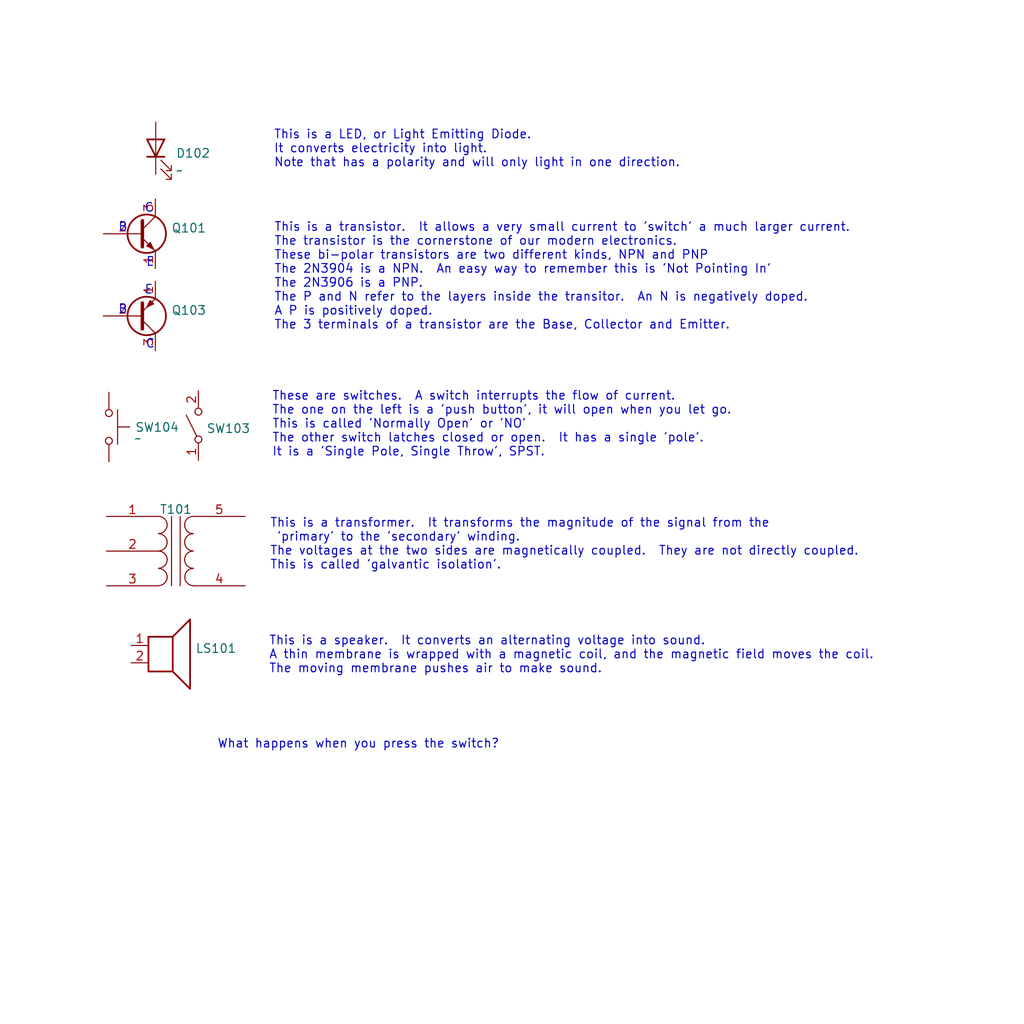
<source format=kicad_sch>
(kicad_sch (version 20211123) (generator eeschema)
  (paper "User" 150.012 150.012)
  (lib_symbols
    (symbol "Device:LED" (pin_numbers hide) (pin_names (offset 1.016) hide)
      (property "Reference" "D" (at 0 2.54 0))
      (property "Value" "LED" (at 0 -2.54 0))
      (symbol "LED_0_1"
        (polyline (pts (xy -1.27 -1.27) (xy -1.27 1.27)) (stroke (width 0.254)))
        (polyline (pts (xy -1.27 0) (xy 1.27 0)))
        (polyline (pts (xy 1.27 -1.27) (xy 1.27 1.27) (xy -1.27 0) (xy 1.27 -1.27)) (stroke (width 0.254)))
        (polyline (pts (xy -3.048 -0.762) (xy -4.572 -2.286) (xy -3.81 -2.286) (xy -4.572 -2.286) (xy -4.572 -1.524)))
        (polyline (pts (xy -1.778 -0.762) (xy -3.302 -2.286) (xy -2.54 -2.286) (xy -3.302 -2.286) (xy -3.302 -1.524)))
      )
      (symbol "LED_1_1"
        (pin passive line (at -3.81 0 0) (length 2.54) (name "K") (number "1"))
        (pin passive line (at 3.81 0 180) (length 2.54) (name "A") (number "2"))
      )
    )
    (symbol "Device:Speaker" (pin_names (offset 0) hide)
      (property "Reference" "LS" (at 1.27 5.715 0))
      (property "Value" "Speaker" (at 1.27 3.81 0))
      (symbol "Speaker_0_0"
        (rectangle (start -2.54 1.27) (end 1.016 -3.81) (stroke (width 0.254)))
        (polyline (pts (xy 1.016 1.27) (xy 3.556 3.81) (xy 3.556 -6.35) (xy 1.016 -3.81)) (stroke (width 0.254)))
      )
      (symbol "Speaker_1_1"
        (pin input line (at -5.08 0 0) (length 2.54) (name "1") (number "1"))
        (pin input line (at -5.08 -2.54 0) (length 2.54) (name "2") (number "2"))
      )
    )
    (symbol "Device:Transformer_SP_1S" (pin_names (offset 1.016) hide)
      (property "Reference" "T" (at 0 6.35 0))
      (property "Value" "Transformer_SP_1S" (at 0 -7.62 0))
      (symbol "Transformer_SP_1S_0_1"
        (arc (start -2.54 -5.0546) (mid -1.6599 -4.6901) (end -1.27 -3.81))
        (arc (start -2.54 -2.5146) (mid -1.6599 -2.1501) (end -1.27 -1.27))
        (arc (start -2.54 0.0254) (mid -1.6599 0.3899) (end -1.27 1.27))
        (arc (start -2.54 2.5654) (mid -1.6599 2.9299) (end -1.27 3.81))
        (arc (start -1.27 -3.81) (mid -1.642 -2.912) (end -2.54 -2.54))
        (arc (start -1.27 -1.27) (mid -1.642 -0.372) (end -2.54 0))
        (arc (start -1.27 1.27) (mid -1.642 2.168) (end -2.54 2.54))
        (arc (start -1.27 3.81) (mid -1.642 4.708) (end -2.54 5.08))
        (polyline (pts (xy -0.635 5.08) (xy -0.635 -5.08)))
        (polyline (pts (xy 0.635 -5.08) (xy 0.635 5.08)))
        (arc (start 1.2954 -1.27) (mid 1.6599 -2.1501) (end 2.54 -2.5146))
        (arc (start 1.2954 1.27) (mid 1.6599 0.3899) (end 2.54 0.0254))
        (arc (start 1.2954 3.81) (mid 1.6599 2.9299) (end 2.54 2.5654))
        (arc (start 1.3208 -3.81) (mid 1.6853 -4.6901) (end 2.5654 -5.0546))
        (arc (start 2.54 0) (mid 1.642 -0.372) (end 1.2954 -1.27))
        (arc (start 2.54 2.54) (mid 1.642 2.168) (end 1.2954 1.27))
        (arc (start 2.54 5.08) (mid 1.642 4.708) (end 1.2954 3.81))
        (arc (start 2.5654 -2.54) (mid 1.6674 -2.912) (end 1.3208 -3.81))
      )
      (symbol "Transformer_SP_1S_1_1"
        (pin passive line (at -10.16 5.08 0) (length 7.62) (name "PR1") (number "1"))
        (pin passive line (at -10.16 0 0) (length 7.62) (name "PM") (number "2"))
        (pin passive line (at -10.16 -5.08 0) (length 7.62) (name "PR2") (number "3"))
        (pin passive line (at 10.16 -5.08 180) (length 7.62) (name "S1") (number "4"))
        (pin passive line (at 10.16 5.08 180) (length 7.62) (name "S2") (number "5"))
      )
    )
    (symbol "Switch:SW_Push" (pin_numbers hide) (pin_names (offset 1.016) hide)
      (property "Reference" "SW" (at 1.27 2.54 0))
      (property "Value" "SW_Push" (at 0 -1.524 0))
      (symbol "SW_Push_0_1"
        (circle (center -2.032 0) (radius 0.508))
        (polyline (pts (xy 0 1.27) (xy 0 3.048)))
        (polyline (pts (xy 2.54 1.27) (xy -2.54 1.27)))
        (circle (center 2.032 0) (radius 0.508))
        (pin passive line (at -5.08 0 0) (length 2.54) (name "1") (number "1"))
        (pin passive line (at 5.08 0 180) (length 2.54) (name "2") (number "2"))
      )
    )
    (symbol "Switch:SW_SPST" (pin_names (offset 0) hide)
      (property "Reference" "SW" (at 0 3.175 0))
      (property "Value" "SW_SPST" (at 0 -2.54 0))
      (symbol "SW_SPST_0_0"
        (circle (center -2.032 0) (radius 0.508))
        (polyline (pts (xy -1.524 0.254) (xy 1.524 1.778)))
        (circle (center 2.032 0) (radius 0.508))
      )
      (symbol "SW_SPST_1_1"
        (pin passive line (at -5.08 0 0) (length 2.54) (name "A") (number "1"))
        (pin passive line (at 5.08 0 180) (length 2.54) (name "B") (number "2"))
      )
    )
    (symbol "Transistor_BJT:2N3904" (pin_names (offset 0) hide)
      (property "Reference" "Q" (at 5.08 1.905 0))
      (property "Value" "2N3904" (at 5.08 0 0))
      (symbol "2N3904_0_1"
        (polyline (pts (xy 0.635 0.635) (xy 2.54 2.54)))
        (polyline (pts (xy 0.635 -0.635) (xy 2.54 -2.54) (xy 2.54 -2.54)))
        (polyline (pts (xy 0.635 1.905) (xy 0.635 -1.905) (xy 0.635 -1.905)) (stroke (width 0.508)))
        (polyline (pts (xy 1.27 -1.778) (xy 1.778 -1.27) (xy 2.286 -2.286) (xy 1.27 -1.778) (xy 1.27 -1.778)) (fill (type outline)))
        (circle (center 1.27 0) (radius 2.8194) (stroke (width 0.254)))
      )
      (symbol "2N3904_1_1"
        (pin passive line (at 2.54 -5.08 90) (length 2.54) (name "E") (number "1"))
        (pin passive line (at -5.08 0 0) (length 5.715) (name "B") (number "2"))
        (pin passive line (at 2.54 5.08 270) (length 2.54) (name "C") (number "3"))
      )
    )
    (symbol "Transistor_BJT:2N3906" (pin_names (offset 0) hide)
      (property "Reference" "Q" (at 5.08 1.905 0))
      (property "Value" "2N3906" (at 5.08 0 0))
      (symbol "2N3906_0_1"
        (polyline (pts (xy 0.635 0.635) (xy 2.54 2.54)))
        (polyline (pts (xy 0.635 -0.635) (xy 2.54 -2.54) (xy 2.54 -2.54)))
        (polyline (pts (xy 0.635 1.905) (xy 0.635 -1.905) (xy 0.635 -1.905)) (stroke (width 0.508)))
        (polyline (pts (xy 2.286 -1.778) (xy 1.778 -2.286) (xy 1.27 -1.27) (xy 2.286 -1.778) (xy 2.286 -1.778)) (fill (type outline)))
        (circle (center 1.27 0) (radius 2.8194) (stroke (width 0.254)))
      )
      (symbol "2N3906_1_1"
        (pin passive line (at 2.54 -5.08 90) (length 2.54) (name "E") (number "1"))
        (pin input line (at -5.08 0 0) (length 5.715) (name "B") (number "2"))
        (pin passive line (at 2.54 5.08 270) (length 2.54) (name "C") (number "3"))
      )
    )
  )
  (text "B" (at 17.272 34.1376 0) (effects (font (size 1.27 1.27)) (justify left bottom)))
  (text "This is a transistor.  It allows a very small current to 'switch' a much larger current.\nThe transistor is the cornerstone of our modern electronics.\nThese bi-polar transistors are two different kinds, NPN and PNP\nThe 2N3904 is a NPN.  An easy way to remember this is 'Not Pointing In'\nThe 2N3906 is a PNP.\nThe P and N refer to the layers inside the transitor.  An N is negatively doped.\nA P is positively doped.\nThe 3 terminals of a transistor are the Base, Collector and Emitter." (at 40.132 48.4632 0) (effects (font (size 1.27 1.27)) (justify left bottom)))
  (text "This is a transformer.  It transforms the magnitude of the signal from the \n 'primary' to the 'secondary' winding.\nThe voltages at the two sides are magnetically coupled.  They are not directly coupled.\nThis is called 'galvantic isolation'." (at 39.5224 83.6168 0) (effects (font (size 1.27 1.27)) (justify left bottom)))
  (text "What happens when you press the switch?" (at 31.8008 109.8296 0) (effects (font (size 1.27 1.27)) (justify left bottom)))
  (text "B" (at 17.272 46.1772 0) (effects (font (size 1.27 1.27)) (justify left bottom)))
  (text "C" (at 21.2852 51.2572 0) (effects (font (size 1.27 1.27)) (justify left bottom)))
  (text "C" (at 21.082 31.3436 0) (effects (font (size 1.27 1.27)) (justify left bottom)))
  (text "This is a speaker.  It converts an alternating voltage into sound.\nA thin membrane is wrapped with a magnetic coil, and the magnetic field moves the coil.\nThe moving membrane pushes air to make sound." (at 39.37 98.806 0) (effects (font (size 1.27 1.27)) (justify left bottom)))
  (text "These are switches.  A switch interrupts the flow of current.\nThe one on the left is a 'push button', it will open when you let go.\nThis is called 'Normally Open' or 'NO'\nThe other switch latches closed or open.  It has a single 'pole'.\nIt is a 'Single Pole, Single Throw', SPST." (at 39.8272 67.056 0) (effects (font (size 1.27 1.27)) (justify left bottom)))
  (text "E" (at 21.336 39.2684 0) (effects (font (size 1.27 1.27)) (justify left bottom)))
  (text "This is a LED, or Light Emitting Diode.\nIt converts electricity into light.\nNote that has a polarity and will only light in one direction." (at 40.0812 24.6888 0) (effects (font (size 1.27 1.27)) (justify left bottom)))
  (text "E" (at 21.1328 43.3324 0) (effects (font (size 1.27 1.27)) (justify left bottom)))
  (symbol (lib_id "Switch:SW_Push") (at 15.9512 62.5348 270) (unit 1)
    (property "Reference" "SW104" (at 19.7612 62.5856 90) (effects (justify left)))
    (property "Value" "~" (at 19.6342 64.237 90) (effects (justify left)))
  )
  (symbol (lib_id "Transistor_BJT:2N3906") (at 20.2184 46.2788 0) (mirror x) (unit 1)
    (property "Reference" "Q103" (at 25.0698 45.4441 0) (effects (justify left)))
    (property "Datasheet" "https://www.onsemi.com/pub/Collateral/2N3906-D.PDF" (effects hide))
  )
  (symbol (lib_id "Device:Speaker") (at 24.2824 94.5388 0) (unit 1)
    (property "Reference" "LS101" (at 28.6004 94.9741 0) (effects (justify left)))
  )
  (symbol (lib_id "Device:LED") (at 22.8092 21.6916 90) (unit 1)
    (property "Reference" "D102" (at 25.7302 22.4444 90) (effects (justify right)))
    (property "Value" "~" (at 25.7302 24.9813 90) (effects (justify right)))
  )
  (symbol (lib_id "Device:Transformer_SP_1S") (at 25.7556 80.7212 0) (unit 1)
    (property "Reference" "T101" (at 25.7683 74.6052 0))
  )
  (symbol (lib_id "Transistor_BJT:2N3904") (at 20.2184 34.2392 0) (unit 1)
    (property "Reference" "Q101" (at 25.0698 33.4045 0) (effects (justify left)))
    (property "Datasheet" "https://www.onsemi.com/pub/Collateral/2N3903-D.PDF" (effects hide))
  )
  (symbol (lib_id "Switch:SW_SPST") (at 29.0576 62.3316 90) (unit 1)
    (property "Reference" "SW103" (at 30.2006 62.7654 90) (effects (justify right)))
    (property "Value" "SW_SPST" (effects hide))
  )
)
</source>
